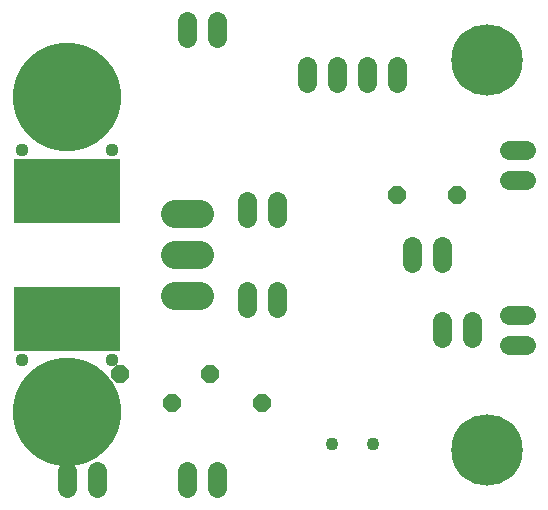
<source format=gbs>
G75*
%MOIN*%
%OFA0B0*%
%FSLAX25Y25*%
%IPPOS*%
%LPD*%
%AMOC8*
5,1,8,0,0,1.08239X$1,22.5*
%
%ADD10C,0.06400*%
%ADD11OC8,0.06000*%
%ADD12R,0.35249X0.21272*%
%ADD13C,0.23800*%
%ADD14C,0.36233*%
%ADD15C,0.04343*%
%ADD16C,0.09200*%
%ADD17C,0.04369*%
D10*
X0026937Y0011496D02*
X0026937Y0017096D01*
X0036937Y0017096D02*
X0036937Y0011496D01*
X0066937Y0011496D02*
X0066937Y0017096D01*
X0076937Y0017096D02*
X0076937Y0011496D01*
X0086937Y0071496D02*
X0086937Y0077096D01*
X0096937Y0077096D02*
X0096937Y0071496D01*
X0096937Y0101496D02*
X0096937Y0107096D01*
X0086937Y0107096D02*
X0086937Y0101496D01*
X0106937Y0146496D02*
X0106937Y0152096D01*
X0116937Y0152096D02*
X0116937Y0146496D01*
X0126937Y0146496D02*
X0126937Y0152096D01*
X0136937Y0152096D02*
X0136937Y0146496D01*
X0174137Y0124296D02*
X0179737Y0124296D01*
X0179737Y0114296D02*
X0174137Y0114296D01*
X0151937Y0092096D02*
X0151937Y0086496D01*
X0141937Y0086496D02*
X0141937Y0092096D01*
X0151937Y0067096D02*
X0151937Y0061496D01*
X0161937Y0061496D02*
X0161937Y0067096D01*
X0174137Y0069296D02*
X0179737Y0069296D01*
X0179737Y0059296D02*
X0174137Y0059296D01*
X0076937Y0161496D02*
X0076937Y0167096D01*
X0066937Y0167096D02*
X0066937Y0161496D01*
D11*
X0136937Y0109296D03*
X0156937Y0109296D03*
X0091805Y0039786D03*
X0074452Y0049566D03*
X0061805Y0039786D03*
X0044452Y0049566D03*
D12*
X0026937Y0068037D03*
X0026937Y0110556D03*
D13*
X0166937Y0154296D03*
X0166937Y0024296D03*
D14*
X0026937Y0036796D03*
X0026937Y0141796D03*
D15*
X0115052Y0026204D03*
X0128832Y0026204D03*
D16*
X0071137Y0075517D02*
X0062737Y0075517D01*
X0062737Y0089296D02*
X0071137Y0089296D01*
X0071137Y0103076D02*
X0062737Y0103076D01*
D17*
X0041937Y0119296D03*
X0036937Y0119296D03*
X0031937Y0119296D03*
X0026937Y0119296D03*
X0021937Y0119296D03*
X0016937Y0119296D03*
X0011937Y0119296D03*
X0011937Y0124296D03*
X0041937Y0124296D03*
X0041937Y0059296D03*
X0041937Y0054296D03*
X0036937Y0059296D03*
X0031937Y0059296D03*
X0026937Y0059296D03*
X0021937Y0059296D03*
X0016937Y0059296D03*
X0011937Y0059296D03*
X0011937Y0054296D03*
M02*

</source>
